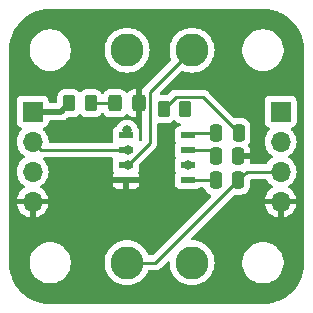
<source format=gbr>
%TF.GenerationSoftware,KiCad,Pcbnew,7.0.6*%
%TF.CreationDate,2023-11-15T13:56:34-06:00*%
%TF.ProjectId,TorqueSensorAmpifierPCB,546f7271-7565-4536-956e-736f72416d70,rev?*%
%TF.SameCoordinates,Original*%
%TF.FileFunction,Copper,L1,Top*%
%TF.FilePolarity,Positive*%
%FSLAX46Y46*%
G04 Gerber Fmt 4.6, Leading zero omitted, Abs format (unit mm)*
G04 Created by KiCad (PCBNEW 7.0.6) date 2023-11-15 13:56:34*
%MOMM*%
%LPD*%
G01*
G04 APERTURE LIST*
G04 Aperture macros list*
%AMRoundRect*
0 Rectangle with rounded corners*
0 $1 Rounding radius*
0 $2 $3 $4 $5 $6 $7 $8 $9 X,Y pos of 4 corners*
0 Add a 4 corners polygon primitive as box body*
4,1,4,$2,$3,$4,$5,$6,$7,$8,$9,$2,$3,0*
0 Add four circle primitives for the rounded corners*
1,1,$1+$1,$2,$3*
1,1,$1+$1,$4,$5*
1,1,$1+$1,$6,$7*
1,1,$1+$1,$8,$9*
0 Add four rect primitives between the rounded corners*
20,1,$1+$1,$2,$3,$4,$5,0*
20,1,$1+$1,$4,$5,$6,$7,0*
20,1,$1+$1,$6,$7,$8,$9,0*
20,1,$1+$1,$8,$9,$2,$3,0*%
G04 Aperture macros list end*
%TA.AperFunction,ComponentPad*%
%ADD10C,2.800000*%
%TD*%
%TA.AperFunction,SMDPad,CuDef*%
%ADD11RoundRect,0.250000X0.325000X0.450000X-0.325000X0.450000X-0.325000X-0.450000X0.325000X-0.450000X0*%
%TD*%
%TA.AperFunction,ComponentPad*%
%ADD12R,1.700000X1.700000*%
%TD*%
%TA.AperFunction,ComponentPad*%
%ADD13O,1.700000X1.700000*%
%TD*%
%TA.AperFunction,SMDPad,CuDef*%
%ADD14R,1.257300X0.508000*%
%TD*%
%TA.AperFunction,SMDPad,CuDef*%
%ADD15RoundRect,0.250000X-0.250000X-0.475000X0.250000X-0.475000X0.250000X0.475000X-0.250000X0.475000X0*%
%TD*%
%TA.AperFunction,SMDPad,CuDef*%
%ADD16RoundRect,0.250000X0.262500X0.450000X-0.262500X0.450000X-0.262500X-0.450000X0.262500X-0.450000X0*%
%TD*%
%TA.AperFunction,SMDPad,CuDef*%
%ADD17RoundRect,0.250000X-0.262500X-0.450000X0.262500X-0.450000X0.262500X0.450000X-0.262500X0.450000X0*%
%TD*%
%TA.AperFunction,ViaPad*%
%ADD18C,0.800000*%
%TD*%
%TA.AperFunction,Conductor*%
%ADD19C,0.250000*%
%TD*%
%TA.AperFunction,Conductor*%
%ADD20C,0.500000*%
%TD*%
G04 APERTURE END LIST*
D10*
%TO.P,TP1,1,1*%
%TO.N,/SIG_IN_+*%
X73000000Y-91500000D03*
%TD*%
D11*
%TO.P,D1,1,K*%
%TO.N,GND*%
X68525000Y-96000000D03*
%TO.P,D1,2,A*%
%TO.N,Net-(D1-A)*%
X66475000Y-96000000D03*
%TD*%
D12*
%TO.P,J2,1,Pin_1*%
%TO.N,+5V*%
X80500000Y-96700000D03*
D13*
%TO.P,J2,2,Pin_2*%
%TO.N,GNDS*%
X80500000Y-99240000D03*
%TO.P,J2,3,Pin_3*%
%TO.N,/SIG_OUT_+*%
X80500000Y-101780000D03*
%TO.P,J2,4,Pin_4*%
%TO.N,GND*%
X80500000Y-104320000D03*
%TD*%
D10*
%TO.P,TP4,1,1*%
%TO.N,GNDS*%
X73000000Y-109500000D03*
%TD*%
D14*
%TO.P,U1,1,GAIN*%
%TO.N,Net-(R2-Pad1)*%
X67402450Y-98690000D03*
%TO.P,U1,2,-*%
%TO.N,GNDS*%
X67402450Y-99960000D03*
%TO.P,U1,3,+*%
%TO.N,/SIG_IN_+*%
X67402450Y-101230000D03*
%TO.P,U1,4,GND*%
%TO.N,GND*%
X67402450Y-102500000D03*
%TO.P,U1,5*%
%TO.N,Net-(C3-Pad1)*%
X72647550Y-102500000D03*
%TO.P,U1,6,V+*%
%TO.N,+5V*%
X72647550Y-101230000D03*
%TO.P,U1,7,BYPASS*%
%TO.N,Net-(U1-BYPASS)*%
X72647550Y-99960000D03*
%TO.P,U1,8,GAIN*%
%TO.N,Net-(C2-Pad1)*%
X72647550Y-98690000D03*
%TD*%
D10*
%TO.P,TP2,1,1*%
%TO.N,GNDS*%
X67500000Y-91500000D03*
%TD*%
%TO.P,TP3,1,1*%
%TO.N,/SIG_OUT_+*%
X67500000Y-109500000D03*
%TD*%
D12*
%TO.P,J1,1,Pin_1*%
%TO.N,+5V*%
X59500000Y-96700000D03*
D13*
%TO.P,J1,2,Pin_2*%
%TO.N,GNDS*%
X59500000Y-99240000D03*
%TO.P,J1,3,Pin_3*%
%TO.N,/SIG_IN_+*%
X59500000Y-101780000D03*
%TO.P,J1,4,Pin_4*%
%TO.N,GND*%
X59500000Y-104320000D03*
%TD*%
D15*
%TO.P,C2,1*%
%TO.N,Net-(C2-Pad1)*%
X75050000Y-98500000D03*
%TO.P,C2,2*%
%TO.N,Net-(C2-Pad2)*%
X76950000Y-98500000D03*
%TD*%
D16*
%TO.P,R2,2*%
%TO.N,Net-(C2-Pad2)*%
X70587500Y-96500000D03*
%TO.P,R2,1*%
%TO.N,Net-(R2-Pad1)*%
X72412500Y-96500000D03*
%TD*%
D15*
%TO.P,C3,1*%
%TO.N,Net-(C3-Pad1)*%
X75000000Y-102500000D03*
%TO.P,C3,2*%
%TO.N,/SIG_OUT_+*%
X76900000Y-102500000D03*
%TD*%
D17*
%TO.P,R1,1*%
%TO.N,+5V*%
X62587500Y-96000000D03*
%TO.P,R1,2*%
%TO.N,Net-(D1-A)*%
X64412500Y-96000000D03*
%TD*%
D15*
%TO.P,C1,2*%
%TO.N,GND*%
X76900000Y-100500000D03*
%TO.P,C1,1*%
%TO.N,Net-(U1-BYPASS)*%
X75000000Y-100500000D03*
%TD*%
D18*
%TO.N,Net-(R2-Pad1)*%
X72412500Y-96500000D03*
X67500000Y-98275500D03*
%TO.N,+5V*%
X62587500Y-96000000D03*
X72647550Y-101230000D03*
%TO.N,GNDS*%
X67550000Y-99960000D03*
%TO.N,/SIG_IN_+*%
X67550000Y-101230000D03*
%TD*%
D19*
%TO.N,/SIG_IN_+*%
X73000000Y-91500000D02*
X69425000Y-95075000D01*
X69425000Y-95075000D02*
X69425000Y-99355000D01*
X69425000Y-99355000D02*
X67550000Y-101230000D01*
%TO.N,Net-(R2-Pad1)*%
X67402450Y-98373050D02*
X67500000Y-98275500D01*
X67402450Y-98690000D02*
X67402450Y-98373050D01*
%TO.N,/SIG_OUT_+*%
X69900000Y-109500000D02*
X67500000Y-109500000D01*
X76900000Y-102500000D02*
X69900000Y-109500000D01*
D20*
%TO.N,+5V*%
X62587500Y-96000000D02*
X61887500Y-96700000D01*
X61887500Y-96700000D02*
X59500000Y-96700000D01*
D19*
%TO.N,/SIG_OUT_+*%
X77620000Y-101780000D02*
X80500000Y-101780000D01*
X76900000Y-102500000D02*
X77620000Y-101780000D01*
%TO.N,Net-(C3-Pad1)*%
X72647550Y-102500000D02*
X75000000Y-102500000D01*
%TO.N,Net-(U1-BYPASS)*%
X72647550Y-99960000D02*
X74460000Y-99960000D01*
X74460000Y-99960000D02*
X75000000Y-100500000D01*
%TO.N,Net-(C2-Pad2)*%
X71612500Y-95475000D02*
X70587500Y-96500000D01*
X73925000Y-95475000D02*
X71612500Y-95475000D01*
X76950000Y-98500000D02*
X73925000Y-95475000D01*
%TO.N,Net-(C2-Pad1)*%
X75050000Y-98500000D02*
X72837550Y-98500000D01*
X72837550Y-98500000D02*
X72647550Y-98690000D01*
%TO.N,Net-(D1-A)*%
X64412500Y-96000000D02*
X66475000Y-96000000D01*
%TO.N,Net-(C2-Pad1)*%
X72500000Y-98690000D02*
X72500000Y-98600000D01*
%TO.N,GNDS*%
X67550000Y-99960000D02*
X60220000Y-99960000D01*
X60220000Y-99960000D02*
X59500000Y-99240000D01*
%TD*%
%TA.AperFunction,Conductor*%
%TO.N,GND*%
G36*
X79001513Y-88000575D02*
G01*
X79067131Y-88003797D01*
X79152481Y-88007990D01*
X79346607Y-88018164D01*
X79352409Y-88018745D01*
X79521733Y-88043862D01*
X79697594Y-88071716D01*
X79702929Y-88072804D01*
X79872209Y-88115206D01*
X80041341Y-88160525D01*
X80046122Y-88162018D01*
X80211894Y-88221332D01*
X80374263Y-88283660D01*
X80378543Y-88285492D01*
X80464073Y-88325944D01*
X80538476Y-88361134D01*
X80692992Y-88439864D01*
X80696720Y-88441928D01*
X80848967Y-88533180D01*
X80994262Y-88627537D01*
X80997428Y-88629736D01*
X81140323Y-88735714D01*
X81274975Y-88844752D01*
X81277594Y-88846997D01*
X81408517Y-88965658D01*
X81410721Y-88967757D01*
X81532241Y-89089277D01*
X81534340Y-89091481D01*
X81653001Y-89222404D01*
X81655246Y-89225023D01*
X81764285Y-89359676D01*
X81870262Y-89502570D01*
X81872461Y-89505736D01*
X81966822Y-89651038D01*
X82058070Y-89803278D01*
X82060133Y-89807006D01*
X82138868Y-89961529D01*
X82214506Y-90121455D01*
X82216342Y-90125746D01*
X82278672Y-90288120D01*
X82289827Y-90319295D01*
X82337970Y-90453847D01*
X82339479Y-90458678D01*
X82384793Y-90627790D01*
X82427191Y-90797056D01*
X82428286Y-90802424D01*
X82456145Y-90978317D01*
X82481250Y-91147560D01*
X82481836Y-91153416D01*
X82492011Y-91347561D01*
X82499425Y-91498488D01*
X82499500Y-91501530D01*
X82499500Y-109498469D01*
X82499425Y-109501511D01*
X82492011Y-109652438D01*
X82481836Y-109846582D01*
X82481250Y-109852438D01*
X82456145Y-110021682D01*
X82428286Y-110197574D01*
X82427191Y-110202942D01*
X82384793Y-110372209D01*
X82339479Y-110541320D01*
X82337967Y-110546163D01*
X82278672Y-110711879D01*
X82216342Y-110874252D01*
X82214507Y-110878543D01*
X82138868Y-111038470D01*
X82060133Y-111192992D01*
X82058070Y-111196720D01*
X81966822Y-111348961D01*
X81872461Y-111494262D01*
X81870262Y-111497428D01*
X81764285Y-111640323D01*
X81655245Y-111774975D01*
X81653001Y-111777594D01*
X81534340Y-111908517D01*
X81532241Y-111910721D01*
X81410721Y-112032241D01*
X81408517Y-112034340D01*
X81277594Y-112153001D01*
X81274975Y-112155245D01*
X81140323Y-112264285D01*
X80997428Y-112370262D01*
X80994262Y-112372461D01*
X80848961Y-112466822D01*
X80696720Y-112558070D01*
X80692992Y-112560133D01*
X80538470Y-112638868D01*
X80378543Y-112714507D01*
X80374252Y-112716342D01*
X80211879Y-112778672D01*
X80046163Y-112837967D01*
X80041320Y-112839479D01*
X79872209Y-112884793D01*
X79702942Y-112927191D01*
X79697574Y-112928286D01*
X79521682Y-112956145D01*
X79352438Y-112981250D01*
X79346582Y-112981836D01*
X79152438Y-112992011D01*
X79001513Y-112999425D01*
X78998470Y-112999500D01*
X61001530Y-112999500D01*
X60998488Y-112999425D01*
X60847561Y-112992011D01*
X60653416Y-112981836D01*
X60647560Y-112981250D01*
X60478317Y-112956145D01*
X60302424Y-112928286D01*
X60297056Y-112927191D01*
X60127790Y-112884793D01*
X59958678Y-112839479D01*
X59953847Y-112837970D01*
X59847307Y-112799850D01*
X59788120Y-112778672D01*
X59625746Y-112716342D01*
X59621455Y-112714506D01*
X59461529Y-112638868D01*
X59307006Y-112560133D01*
X59303278Y-112558070D01*
X59151038Y-112466822D01*
X59005736Y-112372461D01*
X59002570Y-112370262D01*
X58859676Y-112264285D01*
X58725023Y-112155246D01*
X58722404Y-112153001D01*
X58591481Y-112034340D01*
X58589277Y-112032241D01*
X58467757Y-111910721D01*
X58465658Y-111908517D01*
X58346997Y-111777594D01*
X58344752Y-111774975D01*
X58235714Y-111640323D01*
X58129736Y-111497428D01*
X58127537Y-111494262D01*
X58033177Y-111348961D01*
X58020718Y-111328175D01*
X57963776Y-111233172D01*
X57941928Y-111196720D01*
X57939864Y-111192992D01*
X57861131Y-111038470D01*
X57785492Y-110878543D01*
X57783656Y-110874252D01*
X57735097Y-110747752D01*
X57721327Y-110711879D01*
X57662018Y-110546122D01*
X57660525Y-110541341D01*
X57615206Y-110372209D01*
X57572804Y-110202929D01*
X57571716Y-110197594D01*
X57543854Y-110021682D01*
X57518745Y-109852409D01*
X57518164Y-109846607D01*
X57507989Y-109652438D01*
X57506945Y-109631187D01*
X59249500Y-109631187D01*
X59269794Y-109765823D01*
X59288604Y-109890615D01*
X59288605Y-109890617D01*
X59288606Y-109890623D01*
X59365938Y-110141326D01*
X59479767Y-110377696D01*
X59479768Y-110377697D01*
X59479770Y-110377700D01*
X59479772Y-110377704D01*
X59583679Y-110530107D01*
X59627567Y-110594479D01*
X59806014Y-110786801D01*
X59806018Y-110786804D01*
X59806019Y-110786805D01*
X60011143Y-110950386D01*
X60238357Y-111081568D01*
X60482584Y-111177420D01*
X60738370Y-111235802D01*
X60738376Y-111235802D01*
X60738379Y-111235803D01*
X60934500Y-111250500D01*
X60934506Y-111250500D01*
X61065500Y-111250500D01*
X61261620Y-111235803D01*
X61261622Y-111235802D01*
X61261630Y-111235802D01*
X61517416Y-111177420D01*
X61761643Y-111081568D01*
X61988857Y-110950386D01*
X62193981Y-110786805D01*
X62372433Y-110594479D01*
X62520228Y-110377704D01*
X62634063Y-110141323D01*
X62711396Y-109890615D01*
X62750500Y-109631182D01*
X62750500Y-109368818D01*
X62711396Y-109109385D01*
X62634063Y-108858677D01*
X62602836Y-108793834D01*
X62520232Y-108622303D01*
X62520231Y-108622302D01*
X62520230Y-108622301D01*
X62520228Y-108622296D01*
X62372433Y-108405521D01*
X62362441Y-108394753D01*
X62193985Y-108213198D01*
X62154533Y-108181736D01*
X61988857Y-108049614D01*
X61761643Y-107918432D01*
X61517416Y-107822580D01*
X61517411Y-107822578D01*
X61517402Y-107822576D01*
X61273161Y-107766830D01*
X61261630Y-107764198D01*
X61261629Y-107764197D01*
X61261625Y-107764197D01*
X61261620Y-107764196D01*
X61065500Y-107749500D01*
X61065494Y-107749500D01*
X60934506Y-107749500D01*
X60934500Y-107749500D01*
X60738379Y-107764196D01*
X60738374Y-107764197D01*
X60482597Y-107822576D01*
X60482578Y-107822582D01*
X60238356Y-107918432D01*
X60011143Y-108049614D01*
X59806014Y-108213198D01*
X59627567Y-108405520D01*
X59479768Y-108622302D01*
X59479767Y-108622303D01*
X59365938Y-108858673D01*
X59288606Y-109109376D01*
X59288605Y-109109381D01*
X59288604Y-109109385D01*
X59281827Y-109154346D01*
X59249500Y-109368812D01*
X59249500Y-109631187D01*
X57506945Y-109631187D01*
X57503797Y-109567131D01*
X57500575Y-109501513D01*
X57500500Y-109498471D01*
X57500500Y-101780000D01*
X58144341Y-101780000D01*
X58164936Y-102015403D01*
X58164938Y-102015413D01*
X58226094Y-102243655D01*
X58226096Y-102243659D01*
X58226097Y-102243663D01*
X58301563Y-102405500D01*
X58325965Y-102457830D01*
X58325967Y-102457834D01*
X58434281Y-102612521D01*
X58461501Y-102651396D01*
X58461506Y-102651402D01*
X58628597Y-102818493D01*
X58628603Y-102818498D01*
X58814594Y-102948730D01*
X58858219Y-103003307D01*
X58865413Y-103072805D01*
X58833890Y-103135160D01*
X58814595Y-103151880D01*
X58628922Y-103281890D01*
X58628920Y-103281891D01*
X58461891Y-103448920D01*
X58461886Y-103448926D01*
X58326400Y-103642420D01*
X58326399Y-103642422D01*
X58226570Y-103856507D01*
X58226567Y-103856513D01*
X58169364Y-104069999D01*
X58169364Y-104070000D01*
X59066314Y-104070000D01*
X59040507Y-104110156D01*
X59000000Y-104248111D01*
X59000000Y-104391889D01*
X59040507Y-104529844D01*
X59066314Y-104570000D01*
X58169364Y-104570000D01*
X58226567Y-104783486D01*
X58226570Y-104783492D01*
X58326399Y-104997578D01*
X58461894Y-105191082D01*
X58628917Y-105358105D01*
X58822421Y-105493600D01*
X59036507Y-105593429D01*
X59036516Y-105593433D01*
X59249998Y-105650635D01*
X59249999Y-105650634D01*
X59249999Y-104755501D01*
X59357685Y-104804680D01*
X59464237Y-104820000D01*
X59535763Y-104820000D01*
X59642315Y-104804680D01*
X59750000Y-104755501D01*
X59750000Y-105650633D01*
X59963483Y-105593433D01*
X59963492Y-105593429D01*
X60177578Y-105493600D01*
X60371082Y-105358105D01*
X60538105Y-105191082D01*
X60673600Y-104997578D01*
X60773429Y-104783492D01*
X60773432Y-104783486D01*
X60830636Y-104570000D01*
X59933686Y-104570000D01*
X59959493Y-104529844D01*
X60000000Y-104391889D01*
X60000000Y-104248111D01*
X59959493Y-104110156D01*
X59933686Y-104070000D01*
X60830636Y-104070000D01*
X60830635Y-104069999D01*
X60773432Y-103856513D01*
X60773429Y-103856507D01*
X60673600Y-103642422D01*
X60673599Y-103642420D01*
X60538113Y-103448926D01*
X60538108Y-103448920D01*
X60371078Y-103281890D01*
X60185405Y-103151879D01*
X60141780Y-103097302D01*
X60134588Y-103027804D01*
X60166110Y-102965449D01*
X60185406Y-102948730D01*
X60371401Y-102818495D01*
X60439896Y-102750000D01*
X66273800Y-102750000D01*
X66273800Y-102801844D01*
X66280201Y-102861372D01*
X66280203Y-102861379D01*
X66330445Y-102996086D01*
X66330449Y-102996093D01*
X66416609Y-103111187D01*
X66416612Y-103111190D01*
X66531706Y-103197350D01*
X66531713Y-103197354D01*
X66666420Y-103247596D01*
X66666427Y-103247598D01*
X66725955Y-103253999D01*
X66725972Y-103254000D01*
X67152450Y-103254000D01*
X67152450Y-102750000D01*
X67652450Y-102750000D01*
X67652450Y-103254000D01*
X68078928Y-103254000D01*
X68078944Y-103253999D01*
X68138472Y-103247598D01*
X68138479Y-103247596D01*
X68273186Y-103197354D01*
X68273193Y-103197350D01*
X68388287Y-103111190D01*
X68388290Y-103111187D01*
X68474450Y-102996093D01*
X68474454Y-102996086D01*
X68524696Y-102861379D01*
X68524698Y-102861372D01*
X68531099Y-102801844D01*
X68531100Y-102801827D01*
X68531100Y-102750000D01*
X67652450Y-102750000D01*
X67152450Y-102750000D01*
X66273800Y-102750000D01*
X60439896Y-102750000D01*
X60538495Y-102651401D01*
X60674035Y-102457830D01*
X60773903Y-102243663D01*
X60835063Y-102015408D01*
X60855659Y-101780000D01*
X60835063Y-101544592D01*
X60773903Y-101316337D01*
X60674035Y-101102171D01*
X60673651Y-101101623D01*
X60538496Y-100908600D01*
X60498409Y-100868513D01*
X60427075Y-100797179D01*
X60393592Y-100735859D01*
X60398576Y-100666167D01*
X60440447Y-100610233D01*
X60505911Y-100585816D01*
X60514758Y-100585500D01*
X66206674Y-100585500D01*
X66273713Y-100605185D01*
X66319468Y-100657989D01*
X66329412Y-100727147D01*
X66322856Y-100752833D01*
X66279709Y-100868517D01*
X66273300Y-100928127D01*
X66273300Y-100928134D01*
X66273300Y-100928135D01*
X66273300Y-101531870D01*
X66273301Y-101531876D01*
X66279708Y-101591483D01*
X66330002Y-101726328D01*
X66330003Y-101726330D01*
X66330004Y-101726331D01*
X66378182Y-101790689D01*
X66378494Y-101791105D01*
X66402911Y-101856569D01*
X66388060Y-101924842D01*
X66378494Y-101939726D01*
X66330449Y-102003906D01*
X66330445Y-102003913D01*
X66280203Y-102138620D01*
X66280201Y-102138627D01*
X66273800Y-102198155D01*
X66273800Y-102250000D01*
X68531100Y-102250000D01*
X68531100Y-102198172D01*
X68531099Y-102198155D01*
X68524698Y-102138627D01*
X68524696Y-102138620D01*
X68474454Y-102003913D01*
X68474452Y-102003910D01*
X68426405Y-101939727D01*
X68401988Y-101874263D01*
X68416840Y-101805990D01*
X68426400Y-101791112D01*
X68474896Y-101726331D01*
X68525191Y-101591483D01*
X68531600Y-101531873D01*
X68531599Y-101184350D01*
X68551283Y-101117312D01*
X68567913Y-101096675D01*
X69808787Y-99855802D01*
X69821042Y-99845986D01*
X69820859Y-99845764D01*
X69826866Y-99840792D01*
X69826877Y-99840786D01*
X69857775Y-99807882D01*
X69874227Y-99790364D01*
X69884671Y-99779918D01*
X69895120Y-99769471D01*
X69899379Y-99763978D01*
X69903152Y-99759561D01*
X69935062Y-99725582D01*
X69944713Y-99708024D01*
X69955396Y-99691761D01*
X69967673Y-99675936D01*
X69986185Y-99633153D01*
X69988738Y-99627941D01*
X70011197Y-99587092D01*
X70016180Y-99567680D01*
X70022481Y-99549280D01*
X70030437Y-99530896D01*
X70037729Y-99484852D01*
X70038906Y-99479171D01*
X70050500Y-99434019D01*
X70050500Y-99413982D01*
X70052027Y-99394582D01*
X70055160Y-99374804D01*
X70050775Y-99328415D01*
X70050500Y-99322577D01*
X70050500Y-97814879D01*
X70070185Y-97747840D01*
X70122989Y-97702085D01*
X70187102Y-97691521D01*
X70274991Y-97700500D01*
X70900008Y-97700499D01*
X70900016Y-97700498D01*
X70900019Y-97700498D01*
X70956302Y-97694748D01*
X71002797Y-97689999D01*
X71169334Y-97634814D01*
X71318656Y-97542712D01*
X71412319Y-97449049D01*
X71473642Y-97415564D01*
X71543334Y-97420548D01*
X71587680Y-97449048D01*
X71681344Y-97542712D01*
X71830666Y-97634814D01*
X71997203Y-97689999D01*
X71997221Y-97690000D01*
X71998359Y-97690245D01*
X71999008Y-97690597D01*
X72003629Y-97692128D01*
X72003356Y-97692951D01*
X72059795Y-97723523D01*
X72093486Y-97784733D01*
X72088737Y-97854441D01*
X72047055Y-97910516D01*
X71981674Y-97935153D01*
X71972436Y-97935500D01*
X71971042Y-97935500D01*
X71971023Y-97935501D01*
X71911416Y-97941908D01*
X71776571Y-97992202D01*
X71776564Y-97992206D01*
X71661355Y-98078452D01*
X71661352Y-98078455D01*
X71575106Y-98193664D01*
X71575102Y-98193671D01*
X71524810Y-98328513D01*
X71524809Y-98328517D01*
X71518400Y-98388127D01*
X71518400Y-98388134D01*
X71518400Y-98388135D01*
X71518400Y-98991870D01*
X71518401Y-98991876D01*
X71524808Y-99051483D01*
X71575102Y-99186328D01*
X71575104Y-99186331D01*
X71623282Y-99250689D01*
X71647699Y-99316154D01*
X71632847Y-99384427D01*
X71623282Y-99399311D01*
X71575104Y-99463668D01*
X71575102Y-99463671D01*
X71529070Y-99587092D01*
X71524809Y-99598517D01*
X71518400Y-99658127D01*
X71518400Y-99658134D01*
X71518400Y-99658135D01*
X71518400Y-100261870D01*
X71518401Y-100261876D01*
X71524808Y-100321483D01*
X71575102Y-100456328D01*
X71575104Y-100456331D01*
X71623282Y-100520689D01*
X71647699Y-100586154D01*
X71632847Y-100654427D01*
X71623282Y-100669311D01*
X71575104Y-100733668D01*
X71575102Y-100733671D01*
X71524810Y-100868513D01*
X71524809Y-100868517D01*
X71518400Y-100928127D01*
X71518400Y-100928134D01*
X71518400Y-100928135D01*
X71518400Y-101531870D01*
X71518401Y-101531876D01*
X71524808Y-101591483D01*
X71575102Y-101726328D01*
X71575104Y-101726331D01*
X71623282Y-101790689D01*
X71647699Y-101856154D01*
X71632847Y-101924427D01*
X71623282Y-101939311D01*
X71575104Y-102003668D01*
X71575102Y-102003671D01*
X71527799Y-102130500D01*
X71524809Y-102138517D01*
X71518400Y-102198127D01*
X71518400Y-102198134D01*
X71518400Y-102198135D01*
X71518400Y-102801870D01*
X71518401Y-102801876D01*
X71524808Y-102861483D01*
X71575102Y-102996328D01*
X71575106Y-102996335D01*
X71661352Y-103111544D01*
X71661355Y-103111547D01*
X71776564Y-103197793D01*
X71776571Y-103197797D01*
X71911417Y-103248091D01*
X71911416Y-103248091D01*
X71918344Y-103248835D01*
X71971027Y-103254500D01*
X73324072Y-103254499D01*
X73383683Y-103248091D01*
X73518531Y-103197796D01*
X73582066Y-103150233D01*
X73647531Y-103125816D01*
X73656378Y-103125500D01*
X73919699Y-103125500D01*
X73986738Y-103145185D01*
X74032493Y-103197989D01*
X74037403Y-103210492D01*
X74065186Y-103294334D01*
X74157288Y-103443656D01*
X74281344Y-103567712D01*
X74430666Y-103659814D01*
X74559005Y-103702341D01*
X74616448Y-103742112D01*
X74643271Y-103806628D01*
X74630956Y-103875404D01*
X74607680Y-103907727D01*
X69677228Y-108838181D01*
X69615905Y-108871666D01*
X69589547Y-108874500D01*
X69381187Y-108874500D01*
X69314148Y-108854815D01*
X69268393Y-108802011D01*
X69265006Y-108793834D01*
X69233174Y-108708493D01*
X69233169Y-108708481D01*
X69102890Y-108469892D01*
X69102889Y-108469891D01*
X69102887Y-108469887D01*
X68939971Y-108252258D01*
X68939966Y-108252253D01*
X68939961Y-108252247D01*
X68747752Y-108060038D01*
X68747746Y-108060033D01*
X68747742Y-108060029D01*
X68530113Y-107897113D01*
X68530108Y-107897110D01*
X68530107Y-107897109D01*
X68291518Y-107766830D01*
X68291519Y-107766830D01*
X68241920Y-107748330D01*
X68036801Y-107671825D01*
X68036794Y-107671823D01*
X68036793Y-107671823D01*
X67771167Y-107614040D01*
X67771160Y-107614039D01*
X67500001Y-107594645D01*
X67499999Y-107594645D01*
X67228839Y-107614039D01*
X67228832Y-107614040D01*
X66963206Y-107671823D01*
X66963202Y-107671824D01*
X66963199Y-107671825D01*
X66835842Y-107719326D01*
X66708480Y-107766830D01*
X66469892Y-107897109D01*
X66469891Y-107897110D01*
X66252259Y-108060028D01*
X66252247Y-108060038D01*
X66060038Y-108252247D01*
X66060028Y-108252259D01*
X65897110Y-108469891D01*
X65897109Y-108469892D01*
X65766830Y-108708480D01*
X65734995Y-108793834D01*
X65671825Y-108963199D01*
X65671824Y-108963202D01*
X65671823Y-108963206D01*
X65614040Y-109228832D01*
X65614039Y-109228839D01*
X65594645Y-109499998D01*
X65594645Y-109500001D01*
X65614039Y-109771160D01*
X65614040Y-109771167D01*
X65663421Y-109998170D01*
X65671825Y-110036801D01*
X65731798Y-110197594D01*
X65766830Y-110291519D01*
X65897109Y-110530107D01*
X65897110Y-110530108D01*
X65897113Y-110530113D01*
X66060029Y-110747742D01*
X66060033Y-110747746D01*
X66060038Y-110747752D01*
X66252247Y-110939961D01*
X66252253Y-110939966D01*
X66252258Y-110939971D01*
X66469887Y-111102887D01*
X66469891Y-111102889D01*
X66469892Y-111102890D01*
X66708481Y-111233169D01*
X66708480Y-111233169D01*
X66708484Y-111233170D01*
X66708487Y-111233172D01*
X66963199Y-111328175D01*
X67228840Y-111385961D01*
X67480604Y-111403967D01*
X67499999Y-111405355D01*
X67500000Y-111405355D01*
X67500001Y-111405355D01*
X67518100Y-111404060D01*
X67771160Y-111385961D01*
X68036801Y-111328175D01*
X68291513Y-111233172D01*
X68291517Y-111233169D01*
X68291519Y-111233169D01*
X68444467Y-111149653D01*
X68530113Y-111102887D01*
X68747742Y-110939971D01*
X68939971Y-110747742D01*
X69102887Y-110530113D01*
X69233172Y-110291513D01*
X69244998Y-110259805D01*
X69265006Y-110206166D01*
X69306877Y-110150232D01*
X69372342Y-110125816D01*
X69381187Y-110125500D01*
X69817257Y-110125500D01*
X69832877Y-110127224D01*
X69832904Y-110126939D01*
X69840660Y-110127671D01*
X69840667Y-110127673D01*
X69909814Y-110125500D01*
X69939350Y-110125500D01*
X69946228Y-110124630D01*
X69952041Y-110124172D01*
X69998627Y-110122709D01*
X70017869Y-110117117D01*
X70036912Y-110113174D01*
X70056792Y-110110664D01*
X70100122Y-110093507D01*
X70105646Y-110091617D01*
X70109396Y-110090527D01*
X70150390Y-110078618D01*
X70167629Y-110068422D01*
X70185103Y-110059862D01*
X70203727Y-110052488D01*
X70203727Y-110052487D01*
X70203732Y-110052486D01*
X70241449Y-110025082D01*
X70246305Y-110021892D01*
X70286420Y-109998170D01*
X70300589Y-109983999D01*
X70315379Y-109971368D01*
X70331587Y-109959594D01*
X70361299Y-109923676D01*
X70365212Y-109919376D01*
X70883448Y-109401140D01*
X70944769Y-109367657D01*
X71014461Y-109372641D01*
X71070394Y-109414513D01*
X71094811Y-109479977D01*
X71094812Y-109497658D01*
X71094645Y-109499996D01*
X71094645Y-109500001D01*
X71114039Y-109771160D01*
X71114040Y-109771167D01*
X71163421Y-109998170D01*
X71171825Y-110036801D01*
X71231798Y-110197594D01*
X71266830Y-110291519D01*
X71397109Y-110530107D01*
X71397110Y-110530108D01*
X71397113Y-110530113D01*
X71560029Y-110747742D01*
X71560033Y-110747746D01*
X71560038Y-110747752D01*
X71752247Y-110939961D01*
X71752253Y-110939966D01*
X71752258Y-110939971D01*
X71969887Y-111102887D01*
X71969891Y-111102889D01*
X71969892Y-111102890D01*
X72208481Y-111233169D01*
X72208480Y-111233169D01*
X72208484Y-111233170D01*
X72208487Y-111233172D01*
X72463199Y-111328175D01*
X72728840Y-111385961D01*
X72980605Y-111403967D01*
X72999999Y-111405355D01*
X73000000Y-111405355D01*
X73000001Y-111405355D01*
X73018100Y-111404060D01*
X73271160Y-111385961D01*
X73536801Y-111328175D01*
X73791513Y-111233172D01*
X73791517Y-111233169D01*
X73791519Y-111233169D01*
X73944467Y-111149653D01*
X74030113Y-111102887D01*
X74247742Y-110939971D01*
X74439971Y-110747742D01*
X74602887Y-110530113D01*
X74689109Y-110372209D01*
X74733169Y-110291519D01*
X74733169Y-110291517D01*
X74733172Y-110291513D01*
X74828175Y-110036801D01*
X74885961Y-109771160D01*
X74895972Y-109631187D01*
X77249500Y-109631187D01*
X77269794Y-109765823D01*
X77288604Y-109890615D01*
X77288605Y-109890617D01*
X77288606Y-109890623D01*
X77365938Y-110141326D01*
X77479767Y-110377696D01*
X77479768Y-110377697D01*
X77479770Y-110377700D01*
X77479772Y-110377704D01*
X77583679Y-110530107D01*
X77627567Y-110594479D01*
X77806014Y-110786801D01*
X77806018Y-110786804D01*
X77806019Y-110786805D01*
X78011143Y-110950386D01*
X78238357Y-111081568D01*
X78482584Y-111177420D01*
X78738370Y-111235802D01*
X78738376Y-111235802D01*
X78738379Y-111235803D01*
X78934500Y-111250500D01*
X78934506Y-111250500D01*
X79065500Y-111250500D01*
X79261620Y-111235803D01*
X79261622Y-111235802D01*
X79261630Y-111235802D01*
X79517416Y-111177420D01*
X79761643Y-111081568D01*
X79988857Y-110950386D01*
X80193981Y-110786805D01*
X80372433Y-110594479D01*
X80520228Y-110377704D01*
X80634063Y-110141323D01*
X80711396Y-109890615D01*
X80750500Y-109631182D01*
X80750500Y-109368818D01*
X80711396Y-109109385D01*
X80634063Y-108858677D01*
X80602836Y-108793834D01*
X80520232Y-108622303D01*
X80520231Y-108622302D01*
X80520230Y-108622301D01*
X80520228Y-108622296D01*
X80372433Y-108405521D01*
X80362441Y-108394753D01*
X80193985Y-108213198D01*
X80154533Y-108181736D01*
X79988857Y-108049614D01*
X79761643Y-107918432D01*
X79517416Y-107822580D01*
X79517411Y-107822578D01*
X79517402Y-107822576D01*
X79273161Y-107766830D01*
X79261630Y-107764198D01*
X79261629Y-107764197D01*
X79261625Y-107764197D01*
X79261620Y-107764196D01*
X79065500Y-107749500D01*
X79065494Y-107749500D01*
X78934506Y-107749500D01*
X78934500Y-107749500D01*
X78738379Y-107764196D01*
X78738374Y-107764197D01*
X78482597Y-107822576D01*
X78482578Y-107822582D01*
X78238356Y-107918432D01*
X78011143Y-108049614D01*
X77806014Y-108213198D01*
X77627567Y-108405520D01*
X77479768Y-108622302D01*
X77479767Y-108622303D01*
X77365938Y-108858673D01*
X77288606Y-109109376D01*
X77288605Y-109109381D01*
X77288604Y-109109385D01*
X77281827Y-109154346D01*
X77249500Y-109368812D01*
X77249500Y-109631187D01*
X74895972Y-109631187D01*
X74905355Y-109500000D01*
X74905245Y-109498469D01*
X74896246Y-109372641D01*
X74885961Y-109228840D01*
X74828175Y-108963199D01*
X74733172Y-108708487D01*
X74733169Y-108708481D01*
X74733169Y-108708480D01*
X74602890Y-108469892D01*
X74602889Y-108469891D01*
X74602887Y-108469887D01*
X74439971Y-108252258D01*
X74439966Y-108252253D01*
X74439961Y-108252247D01*
X74247752Y-108060038D01*
X74247746Y-108060033D01*
X74247742Y-108060029D01*
X74030113Y-107897113D01*
X74030108Y-107897110D01*
X74030107Y-107897109D01*
X73791518Y-107766830D01*
X73791519Y-107766830D01*
X73741920Y-107748330D01*
X73536801Y-107671825D01*
X73536794Y-107671823D01*
X73536793Y-107671823D01*
X73271167Y-107614040D01*
X73271160Y-107614039D01*
X73000001Y-107594645D01*
X72999996Y-107594645D01*
X72997658Y-107594812D01*
X72996891Y-107594645D01*
X72995571Y-107594645D01*
X72995571Y-107594357D01*
X72929386Y-107579954D01*
X72879985Y-107530544D01*
X72865140Y-107462270D01*
X72889563Y-107396807D01*
X72901135Y-107383453D01*
X76522773Y-103761816D01*
X76584094Y-103728333D01*
X76610442Y-103725499D01*
X77200008Y-103725499D01*
X77200016Y-103725498D01*
X77200019Y-103725498D01*
X77256302Y-103719748D01*
X77302797Y-103714999D01*
X77469334Y-103659814D01*
X77618656Y-103567712D01*
X77742712Y-103443656D01*
X77834814Y-103294334D01*
X77889999Y-103127797D01*
X77900500Y-103025009D01*
X77900499Y-102529499D01*
X77920183Y-102462461D01*
X77972987Y-102416706D01*
X78024499Y-102405500D01*
X79224773Y-102405500D01*
X79291812Y-102425185D01*
X79326348Y-102458377D01*
X79461501Y-102651396D01*
X79461506Y-102651402D01*
X79628597Y-102818493D01*
X79628603Y-102818498D01*
X79814594Y-102948730D01*
X79858219Y-103003307D01*
X79865413Y-103072805D01*
X79833890Y-103135160D01*
X79814595Y-103151880D01*
X79628922Y-103281890D01*
X79628920Y-103281891D01*
X79461891Y-103448920D01*
X79461886Y-103448926D01*
X79326400Y-103642420D01*
X79326399Y-103642422D01*
X79226570Y-103856507D01*
X79226567Y-103856513D01*
X79169364Y-104069999D01*
X79169364Y-104070000D01*
X80066314Y-104070000D01*
X80040507Y-104110156D01*
X80000000Y-104248111D01*
X80000000Y-104391889D01*
X80040507Y-104529844D01*
X80066314Y-104570000D01*
X79169364Y-104570000D01*
X79226567Y-104783486D01*
X79226570Y-104783492D01*
X79326399Y-104997578D01*
X79461894Y-105191082D01*
X79628917Y-105358105D01*
X79822421Y-105493600D01*
X80036507Y-105593429D01*
X80036516Y-105593433D01*
X80250000Y-105650634D01*
X80250000Y-104755501D01*
X80357685Y-104804680D01*
X80464237Y-104820000D01*
X80535763Y-104820000D01*
X80642315Y-104804680D01*
X80750000Y-104755501D01*
X80750000Y-105650633D01*
X80963483Y-105593433D01*
X80963492Y-105593429D01*
X81177578Y-105493600D01*
X81371082Y-105358105D01*
X81538105Y-105191082D01*
X81673600Y-104997578D01*
X81773429Y-104783492D01*
X81773432Y-104783486D01*
X81830636Y-104570000D01*
X80933686Y-104570000D01*
X80959493Y-104529844D01*
X81000000Y-104391889D01*
X81000000Y-104248111D01*
X80959493Y-104110156D01*
X80933686Y-104070000D01*
X81830636Y-104070000D01*
X81830635Y-104069999D01*
X81773432Y-103856513D01*
X81773429Y-103856507D01*
X81673600Y-103642422D01*
X81673599Y-103642420D01*
X81538113Y-103448926D01*
X81538108Y-103448920D01*
X81371078Y-103281890D01*
X81185405Y-103151879D01*
X81141780Y-103097302D01*
X81134588Y-103027804D01*
X81166110Y-102965449D01*
X81185406Y-102948730D01*
X81371401Y-102818495D01*
X81538495Y-102651401D01*
X81674035Y-102457830D01*
X81773903Y-102243663D01*
X81835063Y-102015408D01*
X81855659Y-101780000D01*
X81835063Y-101544592D01*
X81773903Y-101316337D01*
X81674035Y-101102171D01*
X81673652Y-101101623D01*
X81538494Y-100908597D01*
X81371402Y-100741506D01*
X81371401Y-100741505D01*
X81206443Y-100626000D01*
X81185841Y-100611574D01*
X81142216Y-100556997D01*
X81135024Y-100487498D01*
X81166546Y-100425144D01*
X81185836Y-100408428D01*
X81371401Y-100278495D01*
X81538495Y-100111401D01*
X81674035Y-99917830D01*
X81773903Y-99703663D01*
X81835063Y-99475408D01*
X81855659Y-99240000D01*
X81835063Y-99004592D01*
X81773903Y-98776337D01*
X81674035Y-98562171D01*
X81552174Y-98388135D01*
X81538496Y-98368600D01*
X81498409Y-98328513D01*
X81416567Y-98246671D01*
X81383084Y-98185351D01*
X81388068Y-98115659D01*
X81429939Y-98059725D01*
X81460915Y-98042810D01*
X81592331Y-97993796D01*
X81707546Y-97907546D01*
X81793796Y-97792331D01*
X81844091Y-97657483D01*
X81850500Y-97597873D01*
X81850499Y-95802128D01*
X81844091Y-95742517D01*
X81793796Y-95607669D01*
X81793795Y-95607668D01*
X81793793Y-95607664D01*
X81707547Y-95492455D01*
X81707544Y-95492452D01*
X81592335Y-95406206D01*
X81592328Y-95406202D01*
X81457482Y-95355908D01*
X81457483Y-95355908D01*
X81397883Y-95349501D01*
X81397881Y-95349500D01*
X81397873Y-95349500D01*
X81397864Y-95349500D01*
X79602129Y-95349500D01*
X79602123Y-95349501D01*
X79542516Y-95355908D01*
X79407671Y-95406202D01*
X79407664Y-95406206D01*
X79292455Y-95492452D01*
X79292452Y-95492455D01*
X79206206Y-95607664D01*
X79206202Y-95607671D01*
X79155908Y-95742517D01*
X79149501Y-95802116D01*
X79149501Y-95802123D01*
X79149500Y-95802135D01*
X79149500Y-97597870D01*
X79149501Y-97597876D01*
X79155908Y-97657483D01*
X79206202Y-97792328D01*
X79206206Y-97792335D01*
X79292452Y-97907544D01*
X79292455Y-97907547D01*
X79407664Y-97993793D01*
X79407671Y-97993797D01*
X79539081Y-98042810D01*
X79595015Y-98084681D01*
X79619432Y-98150145D01*
X79604580Y-98218418D01*
X79583430Y-98246673D01*
X79461503Y-98368600D01*
X79325965Y-98562169D01*
X79325964Y-98562171D01*
X79226098Y-98776335D01*
X79226094Y-98776344D01*
X79164938Y-99004586D01*
X79164936Y-99004596D01*
X79144341Y-99239999D01*
X79144341Y-99240000D01*
X79164936Y-99475403D01*
X79164938Y-99475413D01*
X79226094Y-99703655D01*
X79226096Y-99703659D01*
X79226097Y-99703663D01*
X79297043Y-99855806D01*
X79325965Y-99917830D01*
X79325967Y-99917834D01*
X79461501Y-100111395D01*
X79461506Y-100111402D01*
X79628597Y-100278493D01*
X79628603Y-100278498D01*
X79814158Y-100408425D01*
X79857783Y-100463002D01*
X79864977Y-100532500D01*
X79833454Y-100594855D01*
X79814158Y-100611575D01*
X79628597Y-100741505D01*
X79461505Y-100908597D01*
X79326348Y-101101623D01*
X79271771Y-101145248D01*
X79224773Y-101154500D01*
X78023880Y-101154500D01*
X77956841Y-101134815D01*
X77911086Y-101082011D01*
X77900789Y-101028136D01*
X77900000Y-101028136D01*
X77900000Y-100750000D01*
X76774000Y-100750000D01*
X76706961Y-100730315D01*
X76661206Y-100677511D01*
X76650000Y-100626000D01*
X76650000Y-100374000D01*
X76669685Y-100306961D01*
X76722489Y-100261206D01*
X76774000Y-100250000D01*
X77899999Y-100250000D01*
X77899999Y-99975028D01*
X77899998Y-99975013D01*
X77889505Y-99872302D01*
X77834358Y-99705880D01*
X77834353Y-99705869D01*
X77769905Y-99601383D01*
X77751464Y-99533991D01*
X77772386Y-99467327D01*
X77787760Y-99448607D01*
X77792712Y-99443656D01*
X77884814Y-99294334D01*
X77939999Y-99127797D01*
X77950500Y-99025009D01*
X77950499Y-97974992D01*
X77949367Y-97963914D01*
X77939999Y-97872203D01*
X77939998Y-97872200D01*
X77931631Y-97846949D01*
X77884814Y-97705666D01*
X77792712Y-97556344D01*
X77668656Y-97432288D01*
X77519334Y-97340186D01*
X77352797Y-97285001D01*
X77352795Y-97285000D01*
X77250016Y-97274500D01*
X76660453Y-97274500D01*
X76593414Y-97254815D01*
X76572772Y-97238181D01*
X74425803Y-95091212D01*
X74415980Y-95078950D01*
X74415759Y-95079134D01*
X74410786Y-95073123D01*
X74391696Y-95055196D01*
X74360364Y-95025773D01*
X74349919Y-95015328D01*
X74339475Y-95004883D01*
X74333986Y-95000625D01*
X74329561Y-94996847D01*
X74295582Y-94964938D01*
X74295580Y-94964936D01*
X74295577Y-94964935D01*
X74278029Y-94955288D01*
X74261763Y-94944604D01*
X74245933Y-94932325D01*
X74203168Y-94913818D01*
X74197922Y-94911248D01*
X74157093Y-94888803D01*
X74157092Y-94888802D01*
X74137693Y-94883822D01*
X74119281Y-94877518D01*
X74100898Y-94869562D01*
X74100892Y-94869560D01*
X74054874Y-94862272D01*
X74049152Y-94861087D01*
X74004021Y-94849500D01*
X74004019Y-94849500D01*
X73983984Y-94849500D01*
X73964586Y-94847973D01*
X73957162Y-94846797D01*
X73944805Y-94844840D01*
X73944804Y-94844840D01*
X73898416Y-94849225D01*
X73892578Y-94849500D01*
X71695243Y-94849500D01*
X71679622Y-94847775D01*
X71679596Y-94848061D01*
X71671834Y-94847327D01*
X71671833Y-94847327D01*
X71602686Y-94849500D01*
X71573149Y-94849500D01*
X71566266Y-94850369D01*
X71560449Y-94850826D01*
X71513873Y-94852290D01*
X71494629Y-94857881D01*
X71475579Y-94861825D01*
X71455711Y-94864334D01*
X71412384Y-94881488D01*
X71406858Y-94883379D01*
X71362114Y-94896379D01*
X71362110Y-94896381D01*
X71344866Y-94906579D01*
X71327405Y-94915133D01*
X71308774Y-94922510D01*
X71308762Y-94922517D01*
X71271070Y-94949902D01*
X71266187Y-94953109D01*
X71226080Y-94976829D01*
X71211914Y-94990995D01*
X71197124Y-95003627D01*
X71180914Y-95015404D01*
X71180911Y-95015407D01*
X71151210Y-95051309D01*
X71147277Y-95055631D01*
X70939727Y-95263181D01*
X70878404Y-95296666D01*
X70852046Y-95299500D01*
X70384451Y-95299500D01*
X70317412Y-95279815D01*
X70271657Y-95227011D01*
X70261713Y-95157853D01*
X70290738Y-95094297D01*
X70296756Y-95087833D01*
X72110573Y-93274016D01*
X72171894Y-93240533D01*
X72241585Y-93245517D01*
X72463199Y-93328175D01*
X72463202Y-93328175D01*
X72463203Y-93328176D01*
X72551745Y-93347436D01*
X72728840Y-93385961D01*
X72980605Y-93403967D01*
X72999999Y-93405355D01*
X73000000Y-93405355D01*
X73000001Y-93405355D01*
X73018100Y-93404060D01*
X73271160Y-93385961D01*
X73536801Y-93328175D01*
X73791513Y-93233172D01*
X73791517Y-93233169D01*
X73791519Y-93233169D01*
X73910812Y-93168029D01*
X74030113Y-93102887D01*
X74247742Y-92939971D01*
X74439971Y-92747742D01*
X74602887Y-92530113D01*
X74713017Y-92328425D01*
X74733169Y-92291519D01*
X74733169Y-92291517D01*
X74733172Y-92291513D01*
X74828175Y-92036801D01*
X74885961Y-91771160D01*
X74895972Y-91631187D01*
X77249500Y-91631187D01*
X77269794Y-91765823D01*
X77288604Y-91890615D01*
X77288605Y-91890617D01*
X77288606Y-91890623D01*
X77365938Y-92141326D01*
X77479767Y-92377696D01*
X77479768Y-92377697D01*
X77479770Y-92377700D01*
X77479772Y-92377704D01*
X77583679Y-92530107D01*
X77627567Y-92594479D01*
X77806014Y-92786801D01*
X77806018Y-92786804D01*
X77806019Y-92786805D01*
X78011143Y-92950386D01*
X78238357Y-93081568D01*
X78482584Y-93177420D01*
X78738370Y-93235802D01*
X78738376Y-93235802D01*
X78738379Y-93235803D01*
X78934500Y-93250500D01*
X78934506Y-93250500D01*
X79065500Y-93250500D01*
X79261620Y-93235803D01*
X79261622Y-93235802D01*
X79261630Y-93235802D01*
X79517416Y-93177420D01*
X79761643Y-93081568D01*
X79988857Y-92950386D01*
X80193981Y-92786805D01*
X80372433Y-92594479D01*
X80520228Y-92377704D01*
X80634063Y-92141323D01*
X80711396Y-91890615D01*
X80750500Y-91631182D01*
X80750500Y-91368818D01*
X80711396Y-91109385D01*
X80634063Y-90858677D01*
X80604388Y-90797056D01*
X80520232Y-90622303D01*
X80520231Y-90622302D01*
X80520230Y-90622301D01*
X80520228Y-90622296D01*
X80372433Y-90405521D01*
X80362441Y-90394753D01*
X80193985Y-90213198D01*
X80154533Y-90181736D01*
X79988857Y-90049614D01*
X79761643Y-89918432D01*
X79517416Y-89822580D01*
X79517411Y-89822578D01*
X79517402Y-89822576D01*
X79273161Y-89766830D01*
X79261630Y-89764198D01*
X79261629Y-89764197D01*
X79261625Y-89764197D01*
X79261620Y-89764196D01*
X79065500Y-89749500D01*
X79065494Y-89749500D01*
X78934506Y-89749500D01*
X78934500Y-89749500D01*
X78738379Y-89764196D01*
X78738374Y-89764197D01*
X78482597Y-89822576D01*
X78482578Y-89822582D01*
X78238356Y-89918432D01*
X78011143Y-90049614D01*
X77806014Y-90213198D01*
X77627567Y-90405520D01*
X77479768Y-90622302D01*
X77479767Y-90622303D01*
X77365938Y-90858673D01*
X77288606Y-91109376D01*
X77288605Y-91109381D01*
X77288604Y-91109385D01*
X77281429Y-91156989D01*
X77249500Y-91368812D01*
X77249500Y-91631187D01*
X74895972Y-91631187D01*
X74905355Y-91500000D01*
X74885961Y-91228840D01*
X74828175Y-90963199D01*
X74733172Y-90708487D01*
X74733170Y-90708484D01*
X74733169Y-90708480D01*
X74602890Y-90469892D01*
X74602889Y-90469891D01*
X74602887Y-90469887D01*
X74439971Y-90252258D01*
X74439966Y-90252253D01*
X74439961Y-90252247D01*
X74247752Y-90060038D01*
X74247746Y-90060033D01*
X74247742Y-90060029D01*
X74030113Y-89897113D01*
X74030108Y-89897110D01*
X74030107Y-89897109D01*
X73791518Y-89766830D01*
X73791519Y-89766830D01*
X73741920Y-89748330D01*
X73536801Y-89671825D01*
X73536794Y-89671823D01*
X73536793Y-89671823D01*
X73271167Y-89614040D01*
X73271160Y-89614039D01*
X73000001Y-89594645D01*
X72999999Y-89594645D01*
X72728839Y-89614039D01*
X72728832Y-89614040D01*
X72463206Y-89671823D01*
X72463202Y-89671824D01*
X72463199Y-89671825D01*
X72335842Y-89719326D01*
X72208480Y-89766830D01*
X71969892Y-89897109D01*
X71969891Y-89897110D01*
X71752259Y-90060028D01*
X71752247Y-90060038D01*
X71560038Y-90252247D01*
X71560028Y-90252259D01*
X71397110Y-90469891D01*
X71397109Y-90469892D01*
X71266830Y-90708480D01*
X71231791Y-90802424D01*
X71171825Y-90963199D01*
X71171824Y-90963202D01*
X71171823Y-90963206D01*
X71114040Y-91228832D01*
X71114039Y-91228839D01*
X71094645Y-91499998D01*
X71094645Y-91500001D01*
X71114039Y-91771160D01*
X71114040Y-91771167D01*
X71140025Y-91890617D01*
X71171825Y-92036801D01*
X71254482Y-92258411D01*
X71259466Y-92328103D01*
X71225981Y-92389426D01*
X69041208Y-94574199D01*
X69028951Y-94584020D01*
X69029134Y-94584241D01*
X69023123Y-94589213D01*
X68975772Y-94639636D01*
X68954889Y-94660519D01*
X68954877Y-94660532D01*
X68950621Y-94666017D01*
X68946837Y-94670447D01*
X68914937Y-94704418D01*
X68914936Y-94704420D01*
X68905284Y-94721976D01*
X68894614Y-94738221D01*
X68887345Y-94747593D01*
X68883936Y-94751989D01*
X68827300Y-94792902D01*
X68785949Y-94800000D01*
X68775000Y-94800000D01*
X68775000Y-97209824D01*
X68796666Y-97249503D01*
X68799500Y-97275861D01*
X68799500Y-99044545D01*
X68779815Y-99111584D01*
X68763181Y-99132226D01*
X68735338Y-99160069D01*
X68674015Y-99193554D01*
X68604323Y-99188570D01*
X68548390Y-99146698D01*
X68523973Y-99081234D01*
X68524368Y-99059132D01*
X68525190Y-99051485D01*
X68525191Y-99051483D01*
X68531600Y-98991873D01*
X68531599Y-98388128D01*
X68525191Y-98328517D01*
X68474896Y-98193669D01*
X68390662Y-98081147D01*
X68371998Y-98045154D01*
X68327181Y-97907221D01*
X68327178Y-97907215D01*
X68309901Y-97877290D01*
X68232533Y-97743284D01*
X68105871Y-97602612D01*
X68099362Y-97597883D01*
X67952734Y-97491351D01*
X67952729Y-97491348D01*
X67779807Y-97414357D01*
X67779802Y-97414355D01*
X67626713Y-97381816D01*
X67594646Y-97375000D01*
X67405354Y-97375000D01*
X67386460Y-97379016D01*
X67220197Y-97414355D01*
X67220192Y-97414357D01*
X67047270Y-97491348D01*
X67047265Y-97491351D01*
X66894129Y-97602611D01*
X66767465Y-97743285D01*
X66671367Y-97909733D01*
X66620800Y-97957949D01*
X66607315Y-97963914D01*
X66531467Y-97992204D01*
X66531465Y-97992205D01*
X66416255Y-98078452D01*
X66416252Y-98078455D01*
X66330006Y-98193664D01*
X66330002Y-98193671D01*
X66279710Y-98328513D01*
X66279709Y-98328517D01*
X66273300Y-98388127D01*
X66273300Y-98388134D01*
X66273300Y-98388135D01*
X66273300Y-98991870D01*
X66273301Y-98991876D01*
X66279708Y-99051483D01*
X66322856Y-99167167D01*
X66327840Y-99236859D01*
X66294355Y-99298182D01*
X66233031Y-99331666D01*
X66206674Y-99334500D01*
X60977552Y-99334500D01*
X60910513Y-99314815D01*
X60864758Y-99262011D01*
X60854024Y-99221308D01*
X60839835Y-99059132D01*
X60835063Y-99004592D01*
X60773903Y-98776337D01*
X60674035Y-98562171D01*
X60552174Y-98388135D01*
X60538496Y-98368600D01*
X60498409Y-98328513D01*
X60416567Y-98246671D01*
X60383084Y-98185351D01*
X60388068Y-98115659D01*
X60429939Y-98059725D01*
X60460915Y-98042810D01*
X60592331Y-97993796D01*
X60707546Y-97907546D01*
X60793796Y-97792331D01*
X60844091Y-97657483D01*
X60850500Y-97597873D01*
X60850500Y-97574500D01*
X60870185Y-97507461D01*
X60922989Y-97461706D01*
X60974500Y-97450500D01*
X61823795Y-97450500D01*
X61841765Y-97451809D01*
X61865523Y-97455289D01*
X61917568Y-97450735D01*
X61922970Y-97450500D01*
X61931204Y-97450500D01*
X61931209Y-97450500D01*
X61943621Y-97449049D01*
X61963776Y-97446693D01*
X61976528Y-97445577D01*
X62040297Y-97439999D01*
X62040305Y-97439996D01*
X62047366Y-97438539D01*
X62047378Y-97438598D01*
X62054743Y-97436965D01*
X62054729Y-97436906D01*
X62061746Y-97435241D01*
X62061755Y-97435241D01*
X62133923Y-97408974D01*
X62206834Y-97384814D01*
X62206843Y-97384807D01*
X62213382Y-97381760D01*
X62213408Y-97381816D01*
X62220190Y-97378532D01*
X62220163Y-97378478D01*
X62226606Y-97375240D01*
X62226617Y-97375237D01*
X62290783Y-97333034D01*
X62356156Y-97292712D01*
X62356162Y-97292705D01*
X62361825Y-97288229D01*
X62361862Y-97288277D01*
X62367704Y-97283518D01*
X62367664Y-97283471D01*
X62373186Y-97278836D01*
X62373196Y-97278830D01*
X62395853Y-97254815D01*
X62410391Y-97239406D01*
X62470714Y-97204151D01*
X62500586Y-97200499D01*
X62900002Y-97200499D01*
X62900008Y-97200499D01*
X63002797Y-97189999D01*
X63169334Y-97134814D01*
X63318656Y-97042712D01*
X63412321Y-96949046D01*
X63473640Y-96915564D01*
X63543332Y-96920548D01*
X63587680Y-96949048D01*
X63681344Y-97042712D01*
X63830666Y-97134814D01*
X63997203Y-97189999D01*
X64099991Y-97200500D01*
X64725008Y-97200499D01*
X64725016Y-97200498D01*
X64725019Y-97200498D01*
X64781302Y-97194748D01*
X64827797Y-97189999D01*
X64994334Y-97134814D01*
X65143656Y-97042712D01*
X65267712Y-96918656D01*
X65306960Y-96855023D01*
X65358909Y-96808298D01*
X65427871Y-96797075D01*
X65491954Y-96824919D01*
X65518039Y-96855023D01*
X65557288Y-96918656D01*
X65681344Y-97042712D01*
X65830666Y-97134814D01*
X65997203Y-97189999D01*
X66099991Y-97200500D01*
X66850008Y-97200499D01*
X66850016Y-97200498D01*
X66850019Y-97200498D01*
X66906302Y-97194748D01*
X66952797Y-97189999D01*
X67119334Y-97134814D01*
X67268656Y-97042712D01*
X67392712Y-96918656D01*
X67394752Y-96915347D01*
X67396745Y-96913555D01*
X67397193Y-96912989D01*
X67397289Y-96913065D01*
X67446694Y-96868623D01*
X67515656Y-96857395D01*
X67579740Y-96885234D01*
X67605829Y-96915339D01*
X67607681Y-96918341D01*
X67607683Y-96918344D01*
X67731654Y-97042315D01*
X67880875Y-97134356D01*
X67880880Y-97134358D01*
X68047302Y-97189505D01*
X68047309Y-97189506D01*
X68150019Y-97199999D01*
X68274999Y-97199999D01*
X68275000Y-97199998D01*
X68275000Y-94800000D01*
X68150027Y-94800000D01*
X68150012Y-94800001D01*
X68047302Y-94810494D01*
X67880880Y-94865641D01*
X67880875Y-94865643D01*
X67731654Y-94957684D01*
X67607683Y-95081655D01*
X67607679Y-95081660D01*
X67605826Y-95084665D01*
X67604018Y-95086290D01*
X67603202Y-95087323D01*
X67603025Y-95087183D01*
X67553874Y-95131385D01*
X67484911Y-95142601D01*
X67420831Y-95114752D01*
X67394753Y-95084653D01*
X67394619Y-95084436D01*
X67392712Y-95081344D01*
X67268656Y-94957288D01*
X67169906Y-94896379D01*
X67119336Y-94865187D01*
X67119331Y-94865185D01*
X67097289Y-94857881D01*
X66952797Y-94810001D01*
X66952795Y-94810000D01*
X66850010Y-94799500D01*
X66099998Y-94799500D01*
X66099980Y-94799501D01*
X65997203Y-94810000D01*
X65997200Y-94810001D01*
X65830668Y-94865185D01*
X65830663Y-94865187D01*
X65681342Y-94957289D01*
X65557288Y-95081343D01*
X65557285Y-95081347D01*
X65518038Y-95144977D01*
X65466090Y-95191702D01*
X65397128Y-95202923D01*
X65333046Y-95175080D01*
X65306962Y-95144977D01*
X65267714Y-95081347D01*
X65267713Y-95081345D01*
X65267712Y-95081344D01*
X65143656Y-94957288D01*
X65044906Y-94896379D01*
X64994336Y-94865187D01*
X64994331Y-94865185D01*
X64972289Y-94857881D01*
X64827797Y-94810001D01*
X64827795Y-94810000D01*
X64725010Y-94799500D01*
X64099998Y-94799500D01*
X64099980Y-94799501D01*
X63997203Y-94810000D01*
X63997200Y-94810001D01*
X63830668Y-94865185D01*
X63830663Y-94865187D01*
X63681345Y-94957287D01*
X63587680Y-95050952D01*
X63526356Y-95084436D01*
X63456665Y-95079452D01*
X63412322Y-95050954D01*
X63318656Y-94957288D01*
X63219911Y-94896382D01*
X63169336Y-94865187D01*
X63169331Y-94865185D01*
X63147289Y-94857881D01*
X63002797Y-94810001D01*
X63002795Y-94810000D01*
X62900010Y-94799500D01*
X62274998Y-94799500D01*
X62274980Y-94799501D01*
X62172203Y-94810000D01*
X62172200Y-94810001D01*
X62005668Y-94865185D01*
X62005663Y-94865187D01*
X61856342Y-94957289D01*
X61732289Y-95081342D01*
X61640187Y-95230663D01*
X61640185Y-95230668D01*
X61618316Y-95296666D01*
X61585001Y-95397203D01*
X61585001Y-95397204D01*
X61585000Y-95397204D01*
X61574500Y-95499983D01*
X61574500Y-95825500D01*
X61554815Y-95892539D01*
X61502011Y-95938294D01*
X61450500Y-95949500D01*
X60974499Y-95949500D01*
X60907460Y-95929815D01*
X60861705Y-95877011D01*
X60850499Y-95825500D01*
X60850499Y-95802129D01*
X60850498Y-95802123D01*
X60850497Y-95802116D01*
X60844091Y-95742517D01*
X60793796Y-95607669D01*
X60793795Y-95607668D01*
X60793793Y-95607664D01*
X60707547Y-95492455D01*
X60707544Y-95492452D01*
X60592335Y-95406206D01*
X60592328Y-95406202D01*
X60457482Y-95355908D01*
X60457483Y-95355908D01*
X60397883Y-95349501D01*
X60397881Y-95349500D01*
X60397873Y-95349500D01*
X60397864Y-95349500D01*
X58602129Y-95349500D01*
X58602123Y-95349501D01*
X58542516Y-95355908D01*
X58407671Y-95406202D01*
X58407664Y-95406206D01*
X58292455Y-95492452D01*
X58292452Y-95492455D01*
X58206206Y-95607664D01*
X58206202Y-95607671D01*
X58155908Y-95742517D01*
X58149501Y-95802116D01*
X58149501Y-95802123D01*
X58149500Y-95802135D01*
X58149500Y-97597870D01*
X58149501Y-97597876D01*
X58155908Y-97657483D01*
X58206202Y-97792328D01*
X58206206Y-97792335D01*
X58292452Y-97907544D01*
X58292455Y-97907547D01*
X58407664Y-97993793D01*
X58407671Y-97993797D01*
X58539081Y-98042810D01*
X58595015Y-98084681D01*
X58619432Y-98150145D01*
X58604580Y-98218418D01*
X58583430Y-98246673D01*
X58461503Y-98368600D01*
X58325965Y-98562169D01*
X58325964Y-98562171D01*
X58226098Y-98776335D01*
X58226094Y-98776344D01*
X58164938Y-99004586D01*
X58164936Y-99004596D01*
X58144341Y-99239999D01*
X58144341Y-99240000D01*
X58164936Y-99475403D01*
X58164938Y-99475413D01*
X58226094Y-99703655D01*
X58226096Y-99703659D01*
X58226097Y-99703663D01*
X58297043Y-99855806D01*
X58325965Y-99917830D01*
X58325967Y-99917834D01*
X58461501Y-100111395D01*
X58461506Y-100111402D01*
X58628597Y-100278493D01*
X58628603Y-100278498D01*
X58814158Y-100408425D01*
X58857783Y-100463002D01*
X58864977Y-100532500D01*
X58833454Y-100594855D01*
X58814158Y-100611575D01*
X58628597Y-100741505D01*
X58461505Y-100908597D01*
X58325965Y-101102169D01*
X58325964Y-101102171D01*
X58226098Y-101316335D01*
X58226094Y-101316344D01*
X58164938Y-101544586D01*
X58164936Y-101544596D01*
X58144341Y-101779999D01*
X58144341Y-101780000D01*
X57500500Y-101780000D01*
X57500500Y-91631187D01*
X59249500Y-91631187D01*
X59269794Y-91765823D01*
X59288604Y-91890615D01*
X59288605Y-91890617D01*
X59288606Y-91890623D01*
X59365938Y-92141326D01*
X59479767Y-92377696D01*
X59479768Y-92377697D01*
X59479770Y-92377700D01*
X59479772Y-92377704D01*
X59583679Y-92530107D01*
X59627567Y-92594479D01*
X59806014Y-92786801D01*
X59806018Y-92786804D01*
X59806019Y-92786805D01*
X60011143Y-92950386D01*
X60238357Y-93081568D01*
X60482584Y-93177420D01*
X60738370Y-93235802D01*
X60738376Y-93235802D01*
X60738379Y-93235803D01*
X60934500Y-93250500D01*
X60934506Y-93250500D01*
X61065500Y-93250500D01*
X61261620Y-93235803D01*
X61261622Y-93235802D01*
X61261630Y-93235802D01*
X61517416Y-93177420D01*
X61761643Y-93081568D01*
X61988857Y-92950386D01*
X62193981Y-92786805D01*
X62372433Y-92594479D01*
X62520228Y-92377704D01*
X62634063Y-92141323D01*
X62711396Y-91890615D01*
X62750500Y-91631182D01*
X62750500Y-91500001D01*
X65594645Y-91500001D01*
X65614039Y-91771160D01*
X65614040Y-91771167D01*
X65640025Y-91890617D01*
X65671825Y-92036801D01*
X65710810Y-92141323D01*
X65766830Y-92291519D01*
X65897109Y-92530107D01*
X65897110Y-92530108D01*
X65897113Y-92530113D01*
X66060029Y-92747742D01*
X66060033Y-92747746D01*
X66060038Y-92747752D01*
X66252247Y-92939961D01*
X66252253Y-92939966D01*
X66252258Y-92939971D01*
X66469887Y-93102887D01*
X66469891Y-93102889D01*
X66469892Y-93102890D01*
X66708481Y-93233169D01*
X66708480Y-93233169D01*
X66708484Y-93233170D01*
X66708487Y-93233172D01*
X66963199Y-93328175D01*
X67228840Y-93385961D01*
X67480604Y-93403967D01*
X67499999Y-93405355D01*
X67500000Y-93405355D01*
X67500001Y-93405355D01*
X67518100Y-93404060D01*
X67771160Y-93385961D01*
X68036801Y-93328175D01*
X68291513Y-93233172D01*
X68291517Y-93233169D01*
X68291519Y-93233169D01*
X68410812Y-93168029D01*
X68530113Y-93102887D01*
X68747742Y-92939971D01*
X68939971Y-92747742D01*
X69102887Y-92530113D01*
X69213017Y-92328425D01*
X69233169Y-92291519D01*
X69233169Y-92291517D01*
X69233172Y-92291513D01*
X69328175Y-92036801D01*
X69385961Y-91771160D01*
X69405355Y-91500000D01*
X69385961Y-91228840D01*
X69328175Y-90963199D01*
X69233172Y-90708487D01*
X69233170Y-90708484D01*
X69233169Y-90708480D01*
X69102890Y-90469892D01*
X69102889Y-90469891D01*
X69102887Y-90469887D01*
X68939971Y-90252258D01*
X68939966Y-90252253D01*
X68939961Y-90252247D01*
X68747752Y-90060038D01*
X68747746Y-90060033D01*
X68747742Y-90060029D01*
X68530113Y-89897113D01*
X68530108Y-89897110D01*
X68530107Y-89897109D01*
X68291518Y-89766830D01*
X68291519Y-89766830D01*
X68241920Y-89748330D01*
X68036801Y-89671825D01*
X68036794Y-89671823D01*
X68036793Y-89671823D01*
X67771167Y-89614040D01*
X67771160Y-89614039D01*
X67500001Y-89594645D01*
X67499999Y-89594645D01*
X67228839Y-89614039D01*
X67228832Y-89614040D01*
X66963206Y-89671823D01*
X66963202Y-89671824D01*
X66963199Y-89671825D01*
X66835842Y-89719326D01*
X66708480Y-89766830D01*
X66469892Y-89897109D01*
X66469891Y-89897110D01*
X66252259Y-90060028D01*
X66252247Y-90060038D01*
X66060038Y-90252247D01*
X66060028Y-90252259D01*
X65897110Y-90469891D01*
X65897109Y-90469892D01*
X65766830Y-90708480D01*
X65731791Y-90802424D01*
X65671825Y-90963199D01*
X65671824Y-90963202D01*
X65671823Y-90963206D01*
X65614040Y-91228832D01*
X65614039Y-91228839D01*
X65594645Y-91499998D01*
X65594645Y-91500001D01*
X62750500Y-91500001D01*
X62750500Y-91368818D01*
X62711396Y-91109385D01*
X62634063Y-90858677D01*
X62604388Y-90797056D01*
X62520232Y-90622303D01*
X62520231Y-90622302D01*
X62520230Y-90622301D01*
X62520228Y-90622296D01*
X62372433Y-90405521D01*
X62362441Y-90394753D01*
X62193985Y-90213198D01*
X62154533Y-90181736D01*
X61988857Y-90049614D01*
X61761643Y-89918432D01*
X61517416Y-89822580D01*
X61517411Y-89822578D01*
X61517402Y-89822576D01*
X61273161Y-89766830D01*
X61261630Y-89764198D01*
X61261629Y-89764197D01*
X61261625Y-89764197D01*
X61261620Y-89764196D01*
X61065500Y-89749500D01*
X61065494Y-89749500D01*
X60934506Y-89749500D01*
X60934500Y-89749500D01*
X60738379Y-89764196D01*
X60738374Y-89764197D01*
X60482597Y-89822576D01*
X60482578Y-89822582D01*
X60238356Y-89918432D01*
X60011143Y-90049614D01*
X59806014Y-90213198D01*
X59627567Y-90405520D01*
X59479768Y-90622302D01*
X59479767Y-90622303D01*
X59365938Y-90858673D01*
X59288606Y-91109376D01*
X59288605Y-91109381D01*
X59288604Y-91109385D01*
X59281429Y-91156989D01*
X59249500Y-91368812D01*
X59249500Y-91631187D01*
X57500500Y-91631187D01*
X57500500Y-91501528D01*
X57500575Y-91498486D01*
X57503058Y-91447916D01*
X57507995Y-91347421D01*
X57518164Y-91153388D01*
X57518744Y-91147594D01*
X57543858Y-90978287D01*
X57571717Y-90802396D01*
X57572801Y-90797083D01*
X57615210Y-90627776D01*
X57660529Y-90458644D01*
X57662013Y-90453891D01*
X57721338Y-90288089D01*
X57783668Y-90125717D01*
X57785492Y-90121455D01*
X57814540Y-90060038D01*
X57861145Y-89961499D01*
X57939877Y-89806982D01*
X57941915Y-89803299D01*
X58033192Y-89651013D01*
X58127560Y-89505701D01*
X58129724Y-89502586D01*
X58235718Y-89359670D01*
X58344785Y-89224983D01*
X58346970Y-89222434D01*
X58465703Y-89091433D01*
X58467717Y-89089318D01*
X58589318Y-88967717D01*
X58591433Y-88965703D01*
X58722434Y-88846970D01*
X58724983Y-88844785D01*
X58859656Y-88735728D01*
X59002586Y-88629724D01*
X59005701Y-88627560D01*
X59151013Y-88533192D01*
X59303299Y-88441915D01*
X59306982Y-88439877D01*
X59461499Y-88361145D01*
X59621462Y-88285488D01*
X59625717Y-88283668D01*
X59788089Y-88221338D01*
X59953891Y-88162013D01*
X59958644Y-88160529D01*
X60127776Y-88115210D01*
X60297083Y-88072801D01*
X60302396Y-88071717D01*
X60478287Y-88043858D01*
X60647594Y-88018744D01*
X60653388Y-88018164D01*
X60847421Y-88007995D01*
X60945332Y-88003185D01*
X60998487Y-88000575D01*
X61001529Y-88000500D01*
X78998471Y-88000500D01*
X79001513Y-88000575D01*
G37*
%TD.AperFunction*%
%TD*%
M02*

</source>
